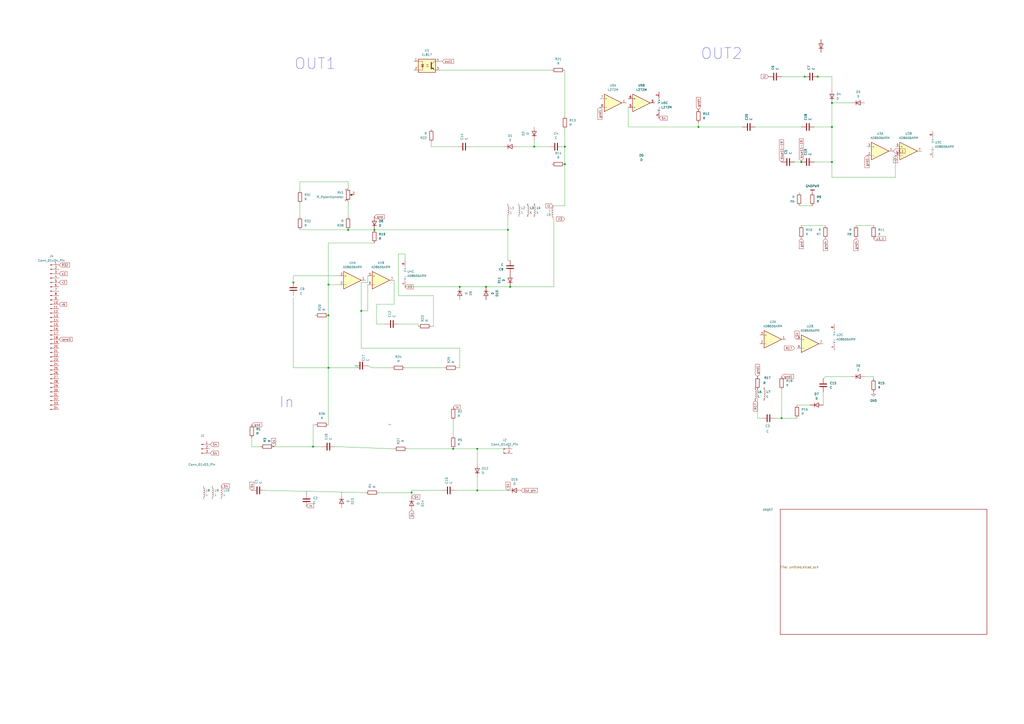
<source format=kicad_sch>
(kicad_sch (version 20231120) (generator "eeschema") (generator_version "8.0")
  (paper "A2")
  (lib_symbols
    (symbol "Amplifier_Operational:AD8606ARM" (pin_names (offset 0.127))
      (property "Reference" "U" (at 0 5.08 0))
      (property "Value" "AD8606ARM" (at 0 -5.08 0))
      (symbol "AD8606ARM_1_1"
        (pin output line (at 7.62 0 180) (length 2.54) (name "~") (number "1"))
        (pin input line (at -7.62 -2.54 0) (length 2.54) (name "-") (number "2"))
        (pin input line (at -7.62 2.54 0) (length 2.54) (name "+") (number "3"))
      )
      (symbol "AD8606ARM_2_1"
        (pin input line (at -7.62 2.54 0) (length 2.54) (name "+") (number "5"))
        (pin input line (at -7.62 -2.54 0) (length 2.54) (name "-") (number "6"))
        (pin output line (at 7.62 0 180) (length 2.54) (name "~") (number "7"))
      )
      (symbol "AD8606ARM_3_1"
        (pin power_in line (at -2.54 -7.62 90) (length 3.81) (name "V-") (number "4"))
        (pin power_in line (at -2.54 7.62 270) (length 3.81) (name "V+") (number "8"))
      )
    )
    (symbol "Amplifier_Operational:L272M" (pin_names (offset 0.127))
      (property "Reference" "U" (at 0 5.08 0))
      (property "Value" "L272M" (at 0 -5.08 0))
      (symbol "L272M_1_1"
        (pin output line (at 7.62 0 180) (length 2.54) (name "~") (number "1"))
        (pin input line (at -7.62 2.54 0) (length 2.54) (name "+") (number "7"))
        (pin input line (at -7.62 -2.54 0) (length 2.54) (name "-") (number "8"))
      )
      (symbol "L272M_2_1"
        (pin output line (at 7.62 0 180) (length 2.54) (name "~") (number "3"))
        (pin input line (at -7.62 -2.54 0) (length 2.54) (name "-") (number "5"))
        (pin input line (at -7.62 2.54 0) (length 2.54) (name "+") (number "6"))
      )
      (symbol "L272M_3_1"
        (pin power_in line (at -2.54 7.62 270) (length 3.81) (name "V+") (number "2"))
        (pin power_in line (at -2.54 -7.62 90) (length 3.81) (name "V-") (number "4"))
      )
    )
    (symbol "Connector:Conn_01x02_Pin" (pin_names (offset 1.016) hide)
      (property "Reference" "J" (at 0 2.54 0))
      (property "Value" "Conn_01x02_Pin" (at 0 -5.08 0))
      (symbol "Conn_01x02_Pin_1_1"
        (pin passive line (at 5.08 0 180) (length 3.81) (name "Pin_1") (number "1"))
        (pin passive line (at 5.08 -2.54 180) (length 3.81) (name "Pin_2") (number "2"))
      )
    )
    (symbol "Connector:Conn_01x03_Pin" (pin_names (offset 1.016) hide)
      (property "Reference" "J" (at 0 5.08 0))
      (property "Value" "Conn_01x03_Pin" (at 0 -5.08 0))
      (symbol "Conn_01x03_Pin_1_1"
        (pin passive line (at 5.08 2.54 180) (length 3.81) (name "Pin_1") (number "1"))
        (pin passive line (at 5.08 0 180) (length 3.81) (name "Pin_2") (number "2"))
        (pin passive line (at 5.08 -2.54 180) (length 3.81) (name "Pin_3") (number "3"))
      )
    )
    (symbol "Connector:Conn_01x34_Pin" (pin_names (offset 1.016) hide)
      (property "Reference" "J" (at 0 43.18 0))
      (property "Value" "Conn_01x34_Pin" (at 0 -45.72 0))
      (symbol "Conn_01x34_Pin_1_1"
        (pin passive line (at 5.08 40.64 180) (length 3.81) (name "Pin_1") (number "1"))
        (pin passive line (at 5.08 17.78 180) (length 3.81) (name "Pin_10") (number "10"))
        (pin passive line (at 5.08 15.24 180) (length 3.81) (name "Pin_11") (number "11"))
        (pin passive line (at 5.08 12.7 180) (length 3.81) (name "Pin_12") (number "12"))
        (pin passive line (at 5.08 10.16 180) (length 3.81) (name "Pin_13") (number "13"))
        (pin passive line (at 5.08 7.62 180) (length 3.81) (name "Pin_14") (number "14"))
        (pin passive line (at 5.08 5.08 180) (length 3.81) (name "Pin_15") (number "15"))
        (pin passive line (at 5.08 2.54 180) (length 3.81) (name "Pin_16") (number "16"))
        (pin passive line (at 5.08 0 180) (length 3.81) (name "Pin_17") (number "17"))
        (pin passive line (at 5.08 -2.54 180) (length 3.81) (name "Pin_18") (number "18"))
        (pin passive line (at 5.08 -5.08 180) (length 3.81) (name "Pin_19") (number "19"))
        (pin passive line (at 5.08 38.1 180) (length 3.81) (name "Pin_2") (number "2"))
        (pin passive line (at 5.08 -7.62 180) (length 3.81) (name "Pin_20") (number "20"))
        (pin passive line (at 5.08 -10.16 180) (length 3.81) (name "Pin_21") (number "21"))
        (pin passive line (at 5.08 -12.7 180) (length 3.81) (name "Pin_22") (number "22"))
        (pin passive line (at 5.08 -15.24 180) (length 3.81) (name "Pin_23") (number "23"))
        (pin passive line (at 5.08 -17.78 180) (length 3.81) (name "Pin_24") (number "24"))
        (pin passive line (at 5.08 -20.32 180) (length 3.81) (name "Pin_25") (number "25"))
        (pin passive line (at 5.08 -22.86 180) (length 3.81) (name "Pin_26") (number "26"))
        (pin passive line (at 5.08 -25.4 180) (length 3.81) (name "Pin_27") (number "27"))
        (pin passive line (at 5.08 -27.94 180) (length 3.81) (name "Pin_28") (number "28"))
        (pin passive line (at 5.08 -30.48 180) (length 3.81) (name "Pin_29") (number "29"))
        (pin passive line (at 5.08 35.56 180) (length 3.81) (name "Pin_3") (number "3"))
        (pin passive line (at 5.08 -33.02 180) (length 3.81) (name "Pin_30") (number "30"))
        (pin passive line (at 5.08 -35.56 180) (length 3.81) (name "Pin_31") (number "31"))
        (pin passive line (at 5.08 -38.1 180) (length 3.81) (name "Pin_32") (number "32"))
        (pin passive line (at 5.08 -40.64 180) (length 3.81) (name "Pin_33") (number "33"))
        (pin passive line (at 5.08 -43.18 180) (length 3.81) (name "Pin_34") (number "34"))
        (pin passive line (at 5.08 33.02 180) (length 3.81) (name "Pin_4") (number "4"))
        (pin passive line (at 5.08 30.48 180) (length 3.81) (name "Pin_5") (number "5"))
        (pin passive line (at 5.08 27.94 180) (length 3.81) (name "Pin_6") (number "6"))
        (pin passive line (at 5.08 25.4 180) (length 3.81) (name "Pin_7") (number "7"))
        (pin passive line (at 5.08 22.86 180) (length 3.81) (name "Pin_8") (number "8"))
        (pin passive line (at 5.08 20.32 180) (length 3.81) (name "Pin_9") (number "9"))
      )
    )
    (symbol "Device:C" (pin_numbers hide) (pin_names (offset 0.254))
      (property "Reference" "C" (at 0.635 2.54 0))
      (property "Value" "C" (at 0.635 -2.54 0))
      (symbol "C_1_1"
        (pin passive line (at 0 3.81 270) (length 2.794) (name "~") (number "1"))
        (pin passive line (at 0 -3.81 90) (length 2.794) (name "~") (number "2"))
      )
    )
    (symbol "Device:D" (pin_numbers hide) (pin_names (offset 1.016) hide)
      (property "Reference" "D" (at 0 2.54 0))
      (property "Value" "D" (at 0 -2.54 0))
      (symbol "D_1_1"
        (pin passive line (at -3.81 0 0) (length 2.54) (name "K") (number "1"))
        (pin passive line (at 3.81 0 180) (length 2.54) (name "A") (number "2"))
      )
    )
    (symbol "Device:L" (pin_numbers hide) (pin_names (offset 1.016) hide)
      (property "Reference" "L" (at -1.27 0 90))
      (property "Value" "L" (at 1.905 0 90))
      (symbol "L_1_1"
        (pin passive line (at 0 3.81 270) (length 1.27) (name "1") (number "1"))
        (pin passive line (at 0 -3.81 90) (length 1.27) (name "2") (number "2"))
      )
    )
    (symbol "Device:R" (pin_numbers hide) (pin_names (offset 0))
      (property "Reference" "R" (at 2.032 0 90))
      (property "Value" "R" (at 0 0 90))
      (symbol "R_1_1"
        (pin passive line (at 0 3.81 270) (length 1.27) (name "~") (number "1"))
        (pin passive line (at 0 -3.81 90) (length 1.27) (name "~") (number "2"))
      )
    )
    (symbol "Device:R_Potentiometer" (pin_names (offset 1.016) hide)
      (property "Reference" "RV" (at -4.445 0 90))
      (property "Value" "R_Potentiometer" (at -2.54 0 90))
      (symbol "R_Potentiometer_1_1"
        (pin passive line (at 0 3.81 270) (length 1.27) (name "1") (number "1"))
        (pin passive line (at 3.81 0 180) (length 1.27) (name "2") (number "2"))
        (pin passive line (at 0 -3.81 90) (length 1.27) (name "3") (number "3"))
      )
    )
    (symbol "Isolator:EL817" (pin_names (offset 1.016))
      (property "Reference" "U" (at -5.08 5.08 0))
      (property "Value" "EL817" (at 0 5.08 0))
      (symbol "EL817_1_1"
        (pin passive line (at -7.62 2.54 0) (length 2.54) (name "~") (number "1"))
        (pin passive line (at -7.62 -2.54 0) (length 2.54) (name "~") (number "2"))
        (pin passive line (at 7.62 -2.54 180) (length 2.54) (name "~") (number "3"))
        (pin passive line (at 7.62 2.54 180) (length 2.54) (name "~") (number "4"))
      )
    )
    (symbol "power:GND" (power) (pin_numbers hide) (pin_names (offset 0) hide)
      (property "Value" "GND" (at 0 -3.81 0))
      (symbol "GND_1_1"
        (pin power_in line (at 0 0 270) (length 0) (name "~") (number "1"))
      )
    )
    (symbol "power:GNDPWR" (power) (pin_numbers hide) (pin_names (offset 0) hide)
      (property "Value" "GNDPWR" (at 0 -3.302 0))
      (symbol "GNDPWR_1_1"
        (pin power_in line (at 0 0 270) (length 0) (name "~") (number "1"))
      )
    )
  )
  (junction (at 276.86 260.35))
  (junction (at 464.82 93.98))
  (junction (at 238.76 285.75))
  (junction (at 482.6 73.66))
  (junction (at 281.94 166.37))
  (junction (at 405.13 73.66))
  (junction (at 190.5 213.36))
  (junction (at 453.39 242.57))
  (junction (at 266.7 166.37))
  (junction (at 309.88 85.09))
  (junction (at 294.64 133.35))
  (junction (at 474.345 44.45))
  (junction (at 276.86 284.48))
  (junction (at 482.6 93.98))
  (junction (at 190.5 182.88))
  (junction (at 190.5 165.1))
  (junction (at 170.18 163.83))
  (junction (at 482.6 59.69))
  (junction (at 262.89 260.35))
  (junction (at 217.17 133.35))
  (junction (at 327.66 95.25))
  (junction (at 209.55 180.34))
  (junction (at 201.93 133.35))
  (junction (at 466.725 44.45))
  (junction (at 181.61 259.08))
  (junction (at 327.66 85.09))
  (junction (at 295.91 166.37))
  (wire (pts (xy 462.28 242.57) (xy 453.39 242.57)))
  (wire (pts (xy 405.13 73.66) (xy 364.49 73.66)))
  (wire (pts (xy 158.75 259.08) (xy 181.61 259.08)))
  (wire (pts (xy 173.99 105.41) (xy 201.93 105.41)))
  (wire (pts (xy 201.93 116.84) (xy 201.93 125.73)))
  (wire (pts (xy 250.19 189.23) (xy 251.46 189.23)))
  (wire (pts (xy 209.55 163.83) (xy 213.36 163.83)))
  (wire (pts (xy 295.91 166.37) (xy 321.31 166.37)))
  (wire (pts (xy 215.9 213.36) (xy 213.36 212.09)))
  (wire (pts (xy 190.5 182.88) (xy 190.5 213.36)))
  (wire (pts (xy 190.5 165.1) (xy 190.5 182.88)))
  (wire (pts (xy 496.57 130.81) (xy 506.73 130.81)))
  (wire (pts (xy 273.05 85.09) (xy 292.1 85.09)))
  (wire (pts (xy 217.17 133.35) (xy 294.64 133.35)))
  (wire (pts (xy 519.43 102.87) (xy 519.43 90.17)))
  (wire (pts (xy 292.1 260.35) (xy 292.1 262.89)))
  (wire (pts (xy 218.44 187.96) (xy 223.52 187.96)))
  (polyline (pts (xy 198.12 285.496) (xy 198.12 286.004)))
  (wire (pts (xy 170.18 172.72) (xy 170.18 213.36)))
  (wire (pts (xy 251.46 171.45) (xy 231.14 171.45)))
  (wire (pts (xy 234.95 166.37) (xy 266.7 166.37)))
  (wire (pts (xy 265.43 85.09) (xy 250.19 85.09)))
  (wire (pts (xy 181.61 259.08) (xy 186.69 259.08)))
  (wire (pts (xy 276.86 260.35) (xy 292.1 260.35)))
  (wire (pts (xy 453.39 242.57) (xy 449.58 242.57)))
  (wire (pts (xy 482.6 59.69) (xy 482.6 73.66)))
  (wire (pts (xy 198.12 285.75) (xy 198.12 287.02)))
  (wire (pts (xy 146.05 254) (xy 146.05 259.08)))
  (wire (pts (xy 170.18 163.83) (xy 170.18 165.1)))
  (wire (pts (xy 234.95 147.32) (xy 234.95 151.13)))
  (wire (pts (xy 209.55 201.93) (xy 209.55 180.34)))
  (wire (pts (xy 318.77 85.09) (xy 309.88 85.09)))
  (polyline (pts (xy 225.298 246.126) (xy 226.822 246.38)))
  (wire (pts (xy 228.6 260.35) (xy 194.31 259.08)))
  (wire (pts (xy 238.76 284.48) (xy 256.54 284.48)))
  (wire (pts (xy 190.5 165.1) (xy 196.85 165.1)))
  (wire (pts (xy 281.94 166.37) (xy 295.91 166.37)))
  (wire (pts (xy 146.05 259.08) (xy 151.13 259.08)))
  (wire (pts (xy 209.55 201.93) (xy 266.7 201.93)))
  (wire (pts (xy 466.725 44.45) (xy 467.36 44.45)))
  (wire (pts (xy 474.345 44.45) (xy 482.6 44.45)))
  (wire (pts (xy 238.76 288.29) (xy 238.76 285.75)))
  (wire (pts (xy 276.86 269.24) (xy 276.86 260.35)))
  (wire (pts (xy 170.18 213.36) (xy 190.5 213.36)))
  (wire (pts (xy 231.14 187.96) (xy 242.57 187.96)))
  (wire (pts (xy 262.89 260.35) (xy 276.86 260.35)))
  (wire (pts (xy 482.6 52.07) (xy 482.6 44.45)))
  (wire (pts (xy 242.57 187.96) (xy 242.57 189.23)))
  (wire (pts (xy 309.88 81.28) (xy 309.88 85.09)))
  (wire (pts (xy 430.53 73.66) (xy 405.13 73.66)))
  (wire (pts (xy 228.6 162.56) (xy 228.6 176.53)))
  (wire (pts (xy 453.39 226.06) (xy 453.39 242.57)))
  (wire (pts (xy 250.19 82.55) (xy 250.19 85.09)))
  (wire (pts (xy 477.52 219.71) (xy 478.79 218.44)))
  (wire (pts (xy 453.39 44.45) (xy 466.725 44.45)))
  (wire (pts (xy 482.6 93.98) (xy 482.6 102.87)))
  (wire (pts (xy 228.6 176.53) (xy 218.44 176.53)))
  (wire (pts (xy 209.55 180.34) (xy 209.55 163.83)))
  (wire (pts (xy 494.03 218.44) (xy 478.79 218.44)))
  (wire (pts (xy 219.71 285.75) (xy 238.76 285.75)))
  (wire (pts (xy 327.66 40.64) (xy 327.66 67.31)))
  (polyline (pts (xy 177.8 284.988) (xy 177.8 286.512)))
  (wire (pts (xy 294.64 151.13) (xy 295.91 151.13)))
  (wire (pts (xy 464.82 130.81) (xy 478.79 130.81)))
  (wire (pts (xy 327.66 95.25) (xy 327.66 119.38)))
  (wire (pts (xy 201.93 105.41) (xy 201.93 109.22)))
  (wire (pts (xy 405.13 71.12) (xy 405.13 73.66)))
  (wire (pts (xy 320.04 40.64) (xy 255.27 40.64)))
  (wire (pts (xy 464.82 93.98) (xy 464.82 93.345)))
  (wire (pts (xy 327.66 95.25) (xy 327.66 85.09)))
  (wire (pts (xy 266.7 213.36) (xy 266.7 201.93)))
  (wire (pts (xy 439.42 242.57) (xy 439.42 226.06)))
  (wire (pts (xy 321.31 127) (xy 321.31 166.37)))
  (wire (pts (xy 153.67 284.48) (xy 212.09 285.75)))
  (wire (pts (xy 208.28 213.36) (xy 190.5 213.36)))
  (wire (pts (xy 208.28 213.36) (xy 205.74 212.09)))
  (wire (pts (xy 217.17 140.97) (xy 190.5 140.97)))
  (wire (pts (xy 309.88 85.09) (xy 299.72 85.09)))
  (wire (pts (xy 276.86 284.48) (xy 294.64 284.48)))
  (wire (pts (xy 326.39 85.09) (xy 327.66 85.09)))
  (wire (pts (xy 321.31 119.38) (xy 327.66 119.38)))
  (wire (pts (xy 262.89 243.84) (xy 262.89 252.73)))
  (wire (pts (xy 477.52 227.33) (xy 477.52 234.95)))
  (wire (pts (xy 231.14 171.45) (xy 231.14 147.32)))
  (wire (pts (xy 482.6 73.66) (xy 482.6 93.98)))
  (wire (pts (xy 255.27 35.56) (xy 256.54 35.56)))
  (wire (pts (xy 265.43 213.36) (xy 266.7 213.36)))
  (wire (pts (xy 266.7 166.37) (xy 281.94 166.37)))
  (wire (pts (xy 276.86 276.86) (xy 276.86 284.48)))
  (wire (pts (xy 213.36 165.1) (xy 213.36 180.34)))
  (wire (pts (xy 238.76 285.75) (xy 238.76 284.48)))
  (wire (pts (xy 196.85 160.02) (xy 170.18 160.02)))
  (wire (pts (xy 213.36 180.34) (xy 209.55 180.34)))
  (wire (pts (xy 364.49 73.66) (xy 364.49 62.23)))
  (wire (pts (xy 190.5 140.97) (xy 190.5 165.1)))
  (wire (pts (xy 441.96 242.57) (xy 439.42 242.57)))
  (wire (pts (xy 294.64 133.35) (xy 294.64 151.13)))
  (wire (pts (xy 327.66 85.09) (xy 327.66 74.93)))
  (wire (pts (xy 181.61 246.38) (xy 182.88 246.38)))
  (wire (pts (xy 472.44 93.98) (xy 482.6 93.98)))
  (wire (pts (xy 251.46 189.23) (xy 251.46 171.45)))
  (wire (pts (xy 264.16 284.48) (xy 276.86 284.48)))
  (wire (pts (xy 464.82 93.98) (xy 461.01 93.98)))
  (wire (pts (xy 236.22 260.35) (xy 262.89 260.35)))
  (wire (pts (xy 463.55 119.38) (xy 471.17 119.38)))
  (wire (pts (xy 472.44 73.66) (xy 482.6 73.66)))
  (wire (pts (xy 173.99 110.49) (xy 173.99 105.41)))
  (wire (pts (xy 501.65 218.44) (xy 506.73 218.44)))
  (wire (pts (xy 231.14 147.32) (xy 234.95 147.32)))
  (wire (pts (xy 494.03 59.69) (xy 482.6 59.69)))
  (wire (pts (xy 213.36 163.83) (xy 213.36 160.02)))
  (wire (pts (xy 218.44 176.53) (xy 218.44 187.96)))
  (wire (pts (xy 201.93 133.35) (xy 217.17 133.35)))
  (wire (pts (xy 506.73 218.44) (xy 506.73 219.71)))
  (wire (pts (xy 215.9 213.36) (xy 227.33 213.36)))
  (wire (pts (xy 469.9 234.95) (xy 462.28 234.95)))
  (wire (pts (xy 473.71 44.45) (xy 474.345 44.45)))
  (wire (pts (xy 170.18 160.02) (xy 170.18 163.83)))
  (wire (pts (xy 482.6 102.87) (xy 519.43 102.87)))
  (wire (pts (xy 464.82 73.66) (xy 438.15 73.66)))
  (wire (pts (xy 294.64 125.73) (xy 294.64 133.35)))
  (wire (pts (xy 181.61 259.08) (xy 181.61 246.38)))
  (wire (pts (xy 234.95 213.36) (xy 257.81 213.36)))
  (wire (pts (xy 173.99 118.11) (xy 173.99 125.73)))
  (wire (pts (xy 190.5 246.38) (xy 190.5 213.36)))
  (wire (pts (xy 201.93 133.35) (xy 173.99 133.35)))
  (text "OUT2" (at 418.592 31.242 0) (effects (font (size 6.35 6.35))))
  (text "OUT1" (at 182.88 37.084 0) (effects (font (size 6.35 6.35))))
  (text "In" (at 166.37 233.426 0) (effects (font (size 6.35 6.35))))
  (global_label "S4" (shape input) (at 121.92 257.81 0) (property "Intersheetrefs" "${INTERSHEET_REFS}" (effects (hide yes))))
  (global_label "R32" (shape input) (at 34.29 153.67 0) (property "Intersheetrefs" "${INTERSHEET_REFS}" (effects (hide yes))))
  (global_label "out1" (shape input) (at 256.54 35.56 0) (property "Intersheetrefs" "${INTERSHEET_REFS}" (effects (hide yes))))
  (global_label "S4" (shape input) (at 462.28 196.85 90) (property "Intersheetrefs" "${INTERSHEET_REFS}" (effects (hide yes))))
  (global_label "r2" (shape input) (at 34.29 163.83 0) (property "Intersheetrefs" "${INTERSHEET_REFS}" (effects (hide yes))))
  (global_label "blue11-19" (shape input) (at 453.39 93.98 90) (property "Intersheetrefs" "${INTERSHEET_REFS}" (effects (hide yes))))
  (global_label "S4" (shape input) (at 128.27 281.94 0) (property "Intersheetrefs" "${INTERSHEET_REFS}" (effects (hide yes))))
  (global_label "gnd1" (shape input) (at 502.92 90.17 270) (property "Intersheetrefs" "${INTERSHEET_REFS}" (effects (hide yes))))
  (global_label "gnd4" (shape input) (at 478.79 138.43 270) (property "Intersheetrefs" "${INTERSHEET_REFS}" (effects (hide yes))))
  (global_label "blue11-19" (shape input) (at 464.82 93.345 90) (property "Intersheetrefs" "${INTERSHEET_REFS}" (effects (hide yes))))
  (global_label "gnd" (shape input) (at 146.05 246.38 0) (property "Intersheetrefs" "${INTERSHEET_REFS}" (effects (hide yes))))
  (global_label "c2" (shape input) (at 34.29 158.75 0) (property "Intersheetrefs" "${INTERSHEET_REFS}" (effects (hide yes))))
  (global_label "l1" (shape input) (at 320.802 119.38 180) (property "Intersheetrefs" "${INTERSHEET_REFS}" (effects (hide yes))))
  (global_label "S4" (shape input) (at 121.92 262.89 0) (property "Intersheetrefs" "${INTERSHEET_REFS}" (effects (hide yes))))
  (global_label "S4" (shape input) (at 146.05 284.48 90) (property "Intersheetrefs" "${INTERSHEET_REFS}" (effects (hide yes))))
  (global_label "S4" (shape input) (at 382.27 68.58 0) (property "Intersheetrefs" "${INTERSHEET_REFS}" (effects (hide yes))))
  (global_label "R17" (shape input) (at 461.01 201.93 180) (property "Intersheetrefs" "${INTERSHEET_REFS}" (effects (hide yes))))
  (global_label "gnd1" (shape input) (at 439.42 218.44 90) (property "Intersheetrefs" "${INTERSHEET_REFS}" (effects (hide yes))))
  (global_label "gnd" (shape input) (at 464.82 138.43 270) (property "Intersheetrefs" "${INTERSHEET_REFS}" (effects (hide yes))))
  (global_label "S4" (shape input) (at 294.64 284.48 90) (property "Intersheetrefs" "${INTERSHEET_REFS}" (effects (hide yes))))
  (global_label "li3" (shape input) (at 234.95 166.37 0) (property "Intersheetrefs" "${INTERSHEET_REFS}" (effects (hide yes))))
  (global_label "gnd4" (shape input) (at 405.13 63.5 90) (property "Intersheetrefs" "${INTERSHEET_REFS}" (effects (hide yes))))
  (global_label "li3" (shape input) (at 327.66 127 180) (property "Intersheetrefs" "${INTERSHEET_REFS}" (effects (hide yes))))
  (global_label "r6" (shape input) (at 34.29 176.53 0) (property "Intersheetrefs" "${INTERSHEET_REFS}" (effects (hide yes))))
  (global_label "gnd" (shape input) (at 217.17 125.73 0) (property "Intersheetrefs" "${INTERSHEET_REFS}" (effects (hide yes))))
  (global_label "in" (shape input) (at 262.89 236.22 0) (property "Intersheetrefs" "${INTERSHEET_REFS}" (effects (hide yes))))
  (global_label "gnd1" (shape input) (at 347.98 62.23 270) (property "Intersheetrefs" "${INTERSHEET_REFS}" (effects (hide yes))))
  (global_label "gnd4" (shape input) (at 496.57 138.43 270) (property "Intersheetrefs" "${INTERSHEET_REFS}" (effects (hide yes))))
  (global_label "u3_1" (shape input) (at 506.73 138.43 0) (property "Intersheetrefs" "${INTERSHEET_REFS}" (effects (hide yes))))
  (global_label "gnd1" (shape input) (at 453.39 218.44 0) (property "Intersheetrefs" "${INTERSHEET_REFS}" (effects (hide yes))))
  (global_label "S4" (shape input) (at 158.75 259.08 90) (property "Intersheetrefs" "${INTERSHEET_REFS}" (effects (hide yes))))
  (global_label "lane3" (shape input) (at 34.29 196.85 0) (property "Intersheetrefs" "${INTERSHEET_REFS}" (effects (hide yes))))
  (global_label "In" (shape input) (at 177.8 293.37 0) (property "Intersheetrefs" "${INTERSHEET_REFS}" (effects (hide yes))))
  (global_label "R17" (shape input) (at 438.15 232.41 270) (property "Intersheetrefs" "${INTERSHEET_REFS}" (effects (hide yes))))
  (global_label "l2" (shape input) (at 445.77 44.45 180) (property "Intersheetrefs" "${INTERSHEET_REFS}" (effects (hide yes))))
  (global_label "l2" (shape input) (at 519.43 90.17 270) (property "Intersheetrefs" "${INTERSHEET_REFS}" (effects (hide yes))))
  (global_label "S4" (shape input) (at 238.76 288.29 0) (property "Intersheetrefs" "${INTERSHEET_REFS}" (effects (hide yes))))
  (global_label "Out pin" (shape input) (at 302.26 284.48 0) (property "Intersheetrefs" "${INTERSHEET_REFS}" (effects (hide yes))))
  (global_label "u3_1" (shape input) (at 518.16 87.63 0) (property "Intersheetrefs" "${INTERSHEET_REFS}" (effects (hide yes))))
  (global_label "S4" (shape input) (at 238.76 295.91 270) (property "Intersheetrefs" "${INTERSHEET_REFS}" (effects (hide yes))))
  (symbol (lib_id "Device:R_Potentiometer") (at 201.93 113.03 0) (unit 1)
    (property "Reference" "RV1" (at 199.39 111.7599 0) (effects (justify right)))
    (property "Value" "R_Potentiometer" (at 199.39 114.2999 0) (effects (justify right)))
    (property "Footprint" "Potentiometer_THT:Potentiometer_Vishay_148-149_Single_Vertical" (effects (hide yes)))
    (property "Description" "Potentiometer" (effects (hide yes)))
  )
  (symbol (lib_id "Device:R") (at 173.99 114.3 0) (unit 1)
    (property "Reference" "R31" (at 176.53 113.0299 0) (effects (justify left)))
    (property "Value" "R" (at 176.53 115.5699 0) (effects (justify left)))
    (property "Footprint" "Resistor_THT:R_Axial_DIN0614_L14.3mm_D5.7mm_P20.32mm_Horizontal" (effects (hide yes)))
    (property "Description" "Resistor" (effects (hide yes)))
  )
  (symbol (lib_id "Device:R") (at 173.99 129.54 180) (unit 1)
    (property "Reference" "R32" (at 176.53 128.2699 0) (effects (justify right)))
    (property "Value" "R" (at 176.53 130.8099 0) (effects (justify right)))
    (property "Footprint" "Resistor_THT:R_Axial_DIN0614_L14.3mm_D5.7mm_P20.32mm_Horizontal" (effects (hide yes)))
    (property "Description" "Resistor" (effects (hide yes)))
  )
  (symbol (lib_id "Device:R") (at 327.66 71.12 180) (unit 1)
    (property "Reference" "R13" (at 330.2 69.8499 0) (effects (justify right)))
    (property "Value" "R" (at 330.2 72.3899 0) (effects (justify right)))
    (property "Footprint" "Resistor_SMD:R_0603_1608Metric" (effects (hide yes)))
    (property "Description" "Resistor" (effects (hide yes)))
  )
  (symbol (lib_id "Amplifier_Operational:L272M") (at 355.6 59.69 0) (unit 1)
    (property "Reference" "U5" (at 355.6 49.53 0))
    (property "Value" "L272M" (at 355.6 52.07 0))
    (property "Footprint" "Package_DIP:DIP-8_W7.62mm_LongPads" (effects (hide yes)))
    (property "Datasheet" "www.st.com/resource/en/datasheet/l272.pdf" (effects (hide yes)))
    (property "Description" "Dual Power Operation Amplifier, DIP-8" (effects (hide yes)))
  )
  (symbol (lib_id "Device:C") (at 149.86 284.48 90) (unit 1)
    (property "Reference" "C1" (at 148.5899 280.67 0) (effects (justify left)))
    (property "Value" "C" (at 151.1299 280.67 0) (effects (justify left)))
    (property "Footprint" "Capacitor_SMD:C_1206_3216Metric_Pad1.33x1.80mm_HandSolder" (effects (hide yes)))
    (property "Description" "Unpolarized capacitor" (effects (hide yes)))
  )
  (symbol (lib_id "Device:D") (at 298.45 284.48 0) (unit 1)
    (property "Reference" "D15" (at 298.45 278.13 0))
    (property "Value" "D" (at 298.45 280.67 0))
    (property "Footprint" "Diode_SMD:D_1206_3216Metric" (effects (hide yes)))
    (property "Description" "Diode" (effects (hide yes)))
    (property "Sim.Device" "D" (effects (hide yes)))
    (property "Sim.Pins" "1=K 2=A" (effects (hide yes)))
  )
  (symbol (lib_id "Device:R") (at 506.73 134.62 0) (unit 1)
    (property "Reference" "R11" (at 509.27 133.3499 0) (effects (justify left)))
    (property "Value" "R" (at 509.27 135.8899 0) (effects (justify left)))
    (property "Footprint" "Resistor_THT:R_Axial_DIN0207_L6.3mm_D2.5mm_P10.16mm_Horizontal" (effects (hide yes)))
    (property "Description" "Resistor" (effects (hide yes)))
  )
  (symbol (lib_id "Device:R") (at 262.89 240.03 0) (unit 1)
    (property "Reference" "R2" (at 265.43 238.7599 0) (effects (justify left)))
    (property "Value" "R" (at 265.43 241.2999 0) (effects (justify left)))
    (property "Footprint" "Resistor_THT:R_Axial_DIN0207_L6.3mm_D2.5mm_P10.16mm_Horizontal" (effects (hide yes)))
    (property "Description" "Resistor" (effects (hide yes)))
  )
  (symbol (lib_id "Device:R") (at 231.14 213.36 90) (unit 1)
    (property "Reference" "R24" (at 231.14 207.01 90))
    (property "Value" "R" (at 231.14 209.55 90))
    (property "Footprint" "Resistor_SMD:R_0603_1608Metric" (effects (hide yes)))
    (property "Description" "Resistor" (effects (hide yes)))
  )
  (symbol (lib_id "Device:C") (at 260.35 284.48 90) (unit 1)
    (property "Reference" "C10" (at 259.0799 280.67 0) (effects (justify left)))
    (property "Value" "C" (at 261.6199 280.67 0) (effects (justify left)))
    (property "Footprint" "Capacitor_SMD:C_1206_3216Metric_Pad1.33x1.80mm_HandSolder" (effects (hide yes)))
    (property "Description" "Unpolarized capacitor" (effects (hide yes)))
  )
  (symbol (lib_id "Device:C") (at 445.77 242.57 90) (unit 1)
    (property "Reference" "C3" (at 445.262 247.142 90))
    (property "Value" "C" (at 445.262 250.317 90))
    (property "Footprint" "Capacitor_SMD:C_1206_3216Metric_Pad1.33x1.80mm_HandSolder" (effects (hide yes)))
    (property "Description" "Unpolarized capacitor" (effects (hide yes)))
  )
  (symbol (lib_id "Device:C") (at 269.24 85.09 90) (unit 1)
    (property "Reference" "C14" (at 267.9699 81.28 0) (effects (justify left)))
    (property "Value" "C" (at 270.5099 81.28 0) (effects (justify left)))
    (property "Footprint" "Capacitor_SMD:C_0603_1608Metric" (effects (hide yes)))
    (property "Description" "Unpolarized capacitor" (effects (hide yes)))
  )
  (symbol (lib_id "Device:C") (at 468.63 73.66 90) (unit 1)
    (property "Reference" "C18" (at 467.3599 69.85 0) (effects (justify left)))
    (property "Value" "C" (at 469.8999 69.85 0) (effects (justify left)))
    (property "Footprint" "Capacitor_SMD:C_0603_1608Metric" (effects (hide yes)))
    (property "Description" "Unpolarized capacitor" (effects (hide yes)))
  )
  (symbol (lib_id "Device:C") (at 477.52 223.52 0) (unit 1)
    (property "Reference" "C15" (at 481.33 222.2499 0) (effects (justify left)))
    (property "Value" "C" (at 481.33 224.7899 0) (effects (justify left)))
    (property "Footprint" "Capacitor_SMD:C_0603_1608Metric" (effects (hide yes)))
    (property "Description" "Unpolarized capacitor" (effects (hide yes)))
  )
  (symbol (lib_id "Device:L") (at 294.64 121.92 0) (unit 1)
    (property "Reference" "L1" (at 295.91 120.6499 0) (effects (justify left)))
    (property "Value" "L" (at 295.91 123.1899 0) (effects (justify left)))
    (property "Footprint" "Inductor_THT:L_Axial_L5.0mm_D3.6mm_P10.00mm_Horizontal_Murata_BL01RN1A2A2" (effects (hide yes)))
    (property "Description" "Inductor" (effects (hide yes)))
  )
  (symbol (lib_id "Device:C") (at 457.2 93.98 90) (unit 1)
    (property "Reference" "C5" (at 455.9299 89.535 0) (effects (justify left)))
    (property "Value" "C" (at 458.4699 89.535 0) (effects (justify left)))
    (property "Footprint" "Capacitor_SMD:C_0603_1608Metric" (effects (hide yes)))
    (property "Description" "Unpolarized capacitor" (effects (hide yes)))
  )
  (symbol (lib_id "Device:D") (at 309.88 77.47 90) (unit 1)
    (property "Reference" "D2" (at 303.53 77.47 0))
    (property "Value" "D" (at 306.07 77.47 0))
    (property "Footprint" "Diode_SMD:D_1206_3216Metric" (effects (hide yes)))
    (property "Description" "Diode" (effects (hide yes)))
    (property "Sim.Device" "D" (effects (hide yes)))
    (property "Sim.Pins" "1=K 2=A" (effects (hide yes)))
  )
  (symbol (lib_id "Device:R") (at 405.13 67.31 0) (unit 1)
    (property "Reference" "R12" (at 407.67 66.0399 0) (effects (justify left)))
    (property "Value" "R" (at 407.67 68.5799 0) (effects (justify left)))
    (property "Footprint" "Resistor_THT:R_Axial_DIN0207_L6.3mm_D2.5mm_P10.16mm_Horizontal" (effects (hide yes)))
    (property "Description" "Resistor" (effects (hide yes)))
  )
  (symbol (lib_id "Device:D") (at 198.12 290.83 270) (unit 1)
    (property "Reference" "D13" (at 204.47 290.83 0))
    (property "Value" "D" (at 201.93 290.83 0))
    (property "Footprint" "Diode_SMD:D_1206_3216Metric" (effects (hide yes)))
    (property "Description" "Diode" (effects (hide yes)))
    (property "Sim.Device" "D" (effects (hide yes)))
    (property "Sim.Pins" "1=K 2=A" (effects (hide yes)))
  )
  (symbol (lib_id "Device:L") (at 438.15 228.6 0) (unit 1)
    (property "Reference" "L6" (at 439.42 227.3299 0) (effects (justify left)))
    (property "Value" "L" (at 439.42 229.8699 0) (effects (justify left)))
    (property "Footprint" "Inductor_THT:L_Axial_L5.0mm_D3.6mm_P10.00mm_Horizontal_Murata_BL01RN1A2A2" (effects (hide yes)))
    (property "Description" "Inductor" (effects (hide yes)))
  )
  (symbol (lib_id "Amplifier_Operational:AD8606ARM") (at 237.49 158.75 0) (unit 3)
    (property "Reference" "U4" (at 236.22 157.4799 0) (effects (justify left)))
    (property "Value" "AD8606ARM" (at 236.22 160.0199 0) (effects (justify left)))
    (property "Footprint" "Package_SO:PowerIntegrations_SO-8" (effects (hide yes)))
    (property "Datasheet" "https://www.analog.com/media/en/technical-documentation/data-sheets/AD8605_8606_8608.pdf" (effects (hide yes)))
    (property "Description" "Dual Precision Low Noise, Low Input Bias Current, Wide Bandwidth Operational Amplifiers, MSOP-8" (effects (hide yes)))
  )
  (symbol (lib_id "Device:D") (at 295.91 162.56 90) (unit 1)
    (property "Reference" "D11" (at 289.56 162.56 0))
    (property "Value" "D" (at 292.1 162.56 0))
    (property "Footprint" "Diode_SMD:D_1206_3216Metric" (effects (hide yes)))
    (property "Description" "Diode" (effects (hide yes)))
    (property "Sim.Device" "D" (effects (hide yes)))
    (property "Sim.Pins" "1=K 2=A" (effects (hide yes)))
  )
  (symbol (lib_id "Device:R") (at 154.94 259.08 90) (unit 1)
    (property "Reference" "R3" (at 153.6699 256.54 0) (effects (justify left)))
    (property "Value" "R" (at 156.2099 256.54 0) (effects (justify left)))
    (property "Footprint" "Resistor_THT:R_Axial_DIN0207_L6.3mm_D2.5mm_P10.16mm_Horizontal" (effects (hide yes)))
    (property "Description" "Resistor" (effects (hide yes)))
  )
  (symbol (lib_id "Amplifier_Operational:L272M") (at 372.11 59.69 0) (unit 2)
    (property "Reference" "U5" (at 372.11 49.53 0))
    (property "Value" "L272M" (at 372.11 52.07 0))
    (property "Footprint" "Package_DIP:DIP-8_W7.62mm_LongPads" (effects (hide yes)))
    (property "Datasheet" "www.st.com/resource/en/datasheet/l272.pdf" (effects (hide yes)))
    (property "Description" "Dual Power Operation Amplifier, DIP-8" (effects (hide yes)))
  )
  (symbol (lib_id "Device:R") (at 186.69 246.38 90) (unit 1)
    (property "Reference" "R26" (at 186.69 240.03 90))
    (property "Value" "R" (at 186.69 242.57 90))
    (property "Footprint" "Resistor_SMD:R_0603_1608Metric" (effects (hide yes)))
    (property "Description" "Resistor" (effects (hide yes)))
  )
  (symbol (lib_id "Device:C") (at 468.63 93.98 90) (unit 1)
    (property "Reference" "C19" (at 467.3599 90.17 0) (effects (justify left)))
    (property "Value" "C" (at 469.8999 90.17 0) (effects (justify left)))
    (property "Footprint" "Capacitor_SMD:C_0603_1608Metric" (effects (hide yes)))
    (property "Description" "Unpolarized capacitor" (effects (hide yes)))
  )
  (symbol (lib_id "Amplifier_Operational:AD8606ARM") (at 204.47 162.56 0) (unit 1)
    (property "Reference" "U4" (at 204.47 152.4 0))
    (property "Value" "AD8606ARM" (at 204.47 154.94 0))
    (property "Footprint" "Package_SO:PowerIntegrations_SO-8" (effects (hide yes)))
    (property "Datasheet" "https://www.analog.com/media/en/technical-documentation/data-sheets/AD8605_8606_8608.pdf" (effects (hide yes)))
    (property "Description" "Dual Precision Low Noise, Low Input Bias Current, Wide Bandwidth Operational Amplifiers, MSOP-8" (effects (hide yes)))
  )
  (symbol (lib_id "Amplifier_Operational:AD8606ARM") (at 486.41 195.58 0) (unit 3)
    (property "Reference" "U2" (at 485.14 194.3099 0) (effects (justify left)))
    (property "Value" "AD8606ARM" (at 485.14 196.8499 0) (effects (justify left)))
    (property "Footprint" "Package_SO:PowerIntegrations_SO-8" (effects (hide yes)))
    (property "Datasheet" "https://www.analog.com/media/en/technical-documentation/data-sheets/AD8605_8606_8608.pdf" (effects (hide yes)))
    (property "Description" "Dual Precision Low Noise, Low Input Bias Current, Wide Bandwidth Operational Amplifiers, MSOP-8" (effects (hide yes)))
  )
  (symbol (lib_id "Device:D") (at 266.7 170.18 270) (unit 1)
    (property "Reference" "D9" (at 273.05 170.18 0))
    (property "Value" "D" (at 270.51 170.18 0))
    (property "Footprint" "Diode_SMD:D_1206_3216Metric" (effects (hide yes)))
    (property "Description" "Diode" (effects (hide yes)))
    (property "Sim.Device" "D" (effects (hide yes)))
    (property "Sim.Pins" "1=K 2=A" (effects (hide yes)))
  )
  (symbol (lib_id "Connector:Conn_01x02_Pin") (at 292.1 260.35 0) (unit 1)
    (property "Reference" "J2" (at 292.735 255.27 0))
    (property "Value" "Conn_01x02_Pin" (at 292.735 257.81 0))
    (property "Description" "Generic connector, single row, 01x02, script generated" (effects (hide yes)))
  )
  (symbol (lib_id "Device:C") (at 322.58 85.09 90) (unit 1)
    (property "Reference" "C4" (at 322.58 77.47 90))
    (property "Value" "C" (at 322.58 80.01 90))
    (property "Footprint" "Capacitor_SMD:C_1206_3216Metric_Pad1.33x1.80mm_HandSolder" (effects (hide yes)))
    (property "Description" "Unpolarized capacitor" (effects (hide yes)))
  )
  (symbol (lib_id "Device:D") (at 281.94 170.18 270) (unit 1)
    (property "Reference" "D10" (at 288.29 170.18 0))
    (property "Value" "D" (at 285.75 170.18 0))
    (property "Footprint" "Diode_SMD:D_1206_3216Metric" (effects (hide yes)))
    (property "Description" "Diode" (effects (hide yes)))
    (property "Sim.Device" "D" (effects (hide yes)))
    (property "Sim.Pins" "1=K 2=A" (effects (hide yes)))
  )
  (symbol (lib_id "Device:R") (at 463.55 115.57 180) (unit 1)
    (property "Reference" "R6" (at 461.01 116.8401 0) (effects (justify left)))
    (property "Value" "R" (at 461.01 114.3001 0) (effects (justify left)))
    (property "Footprint" "Resistor_THT:R_Axial_DIN0207_L6.3mm_D2.5mm_P10.16mm_Horizontal" (effects (hide yes)))
    (property "Description" "Resistor" (effects (hide yes)))
  )
  (symbol (lib_id "Device:R") (at 462.28 238.76 0) (unit 1)
    (property "Reference" "R16" (at 464.82 237.4899 0) (effects (justify left)))
    (property "Value" "R" (at 464.82 240.0299 0) (effects (justify left)))
    (property "Footprint" "Resistor_SMD:R_0603_1608Metric" (effects (hide yes)))
    (property "Description" "Resistor" (effects (hide yes)))
  )
  (symbol (lib_id "Device:R") (at 215.9 285.75 90) (unit 1)
    (property "Reference" "R4" (at 214.6299 283.21 0) (effects (justify left)))
    (property "Value" "R" (at 217.1699 283.21 0) (effects (justify left)))
    (property "Footprint" "Resistor_THT:R_Axial_DIN0207_L6.3mm_D2.5mm_P10.16mm_Horizontal" (effects (hide yes)))
    (property "Description" "Resistor" (effects (hide yes)))
  )
  (symbol (lib_id "Connector:Conn_01x03_Pin") (at 116.84 260.35 0) (unit 1)
    (property "Reference" "J1" (at 117.475 252.73 0))
    (property "Value" "Conn_01x03_Pin" (at 117.094 269.494 0))
    (property "Footprint" "Connector_Phoenix_MC:PhoenixContact_MCV_1,5_3-GF-3.5_1x03_P3.50mm_Vertical_ThreadedFlange" (effects (hide yes)))
    (property "Description" "Generic connector, single row, 01x03, script generated" (effects (hide yes)))
  )
  (symbol (lib_id "Device:C") (at 434.34 73.66 90) (unit 1)
    (property "Reference" "C20" (at 433.0699 69.85 0) (effects (justify left)))
    (property "Value" "C" (at 435.6099 69.85 0) (effects (justify left)))
    (property "Footprint" "Capacitor_SMD:C_0603_1608Metric" (effects (hide yes)))
    (property "Description" "Unpolarized capacitor" (effects (hide yes)))
  )
  (symbol (lib_id "Device:L") (at 128.27 285.75 0) (unit 1)
    (property "Reference" "L10" (at 129.54 284.4799 0) (effects (justify left)))
    (property "Value" "L" (at 129.54 287.0199 0) (effects (justify left)))
    (property "Footprint" "Inductor_THT:L_Axial_L5.0mm_D3.6mm_P10.00mm_Horizontal_Murata_BL01RN1A2A2" (effects (hide yes)))
    (property "Description" "Inductor" (effects (hide yes)))
  )
  (symbol (lib_id "Device:L") (at 118.11 285.75 0) (unit 1)
    (property "Reference" "L8" (at 119.38 284.4799 0) (effects (justify left)))
    (property "Value" "L" (at 119.38 287.0199 0) (effects (justify left)))
    (property "Footprint" "Inductor_THT:L_Axial_L5.0mm_D3.6mm_P10.00mm_Horizontal_Murata_BL01RN1A2A2" (effects (hide yes)))
    (property "Description" "Inductor" (effects (hide yes)))
  )
  (symbol (lib_id "Device:C") (at 295.91 154.94 180) (unit 1)
    (property "Reference" "C8" (at 292.1 156.2101 0) (effects (justify left)))
    (property "Value" "C" (at 292.1 153.6701 0) (effects (justify left)))
    (property "Footprint" "Capacitor_SMD:C_1206_3216Metric_Pad1.33x1.80mm_HandSolder" (effects (hide yes)))
    (property "Description" "Unpolarized capacitor" (effects (hide yes)))
  )
  (symbol (lib_id "Device:R") (at 323.85 40.64 90) (unit 1)
    (property "Reference" "R21" (at 323.85 34.29 90))
    (property "Value" "R" (at 323.85 36.83 90))
    (property "Footprint" "Resistor_SMD:R_0603_1608Metric" (effects (hide yes)))
    (property "Description" "Resistor" (effects (hide yes)))
  )
  (symbol (lib_id "Device:R") (at 146.05 250.19 0) (unit 1)
    (property "Reference" "R1" (at 148.59 248.9199 0) (effects (justify left)))
    (property "Value" "R" (at 148.59 251.4599 0) (effects (justify left)))
    (property "Footprint" "Resistor_THT:R_Axial_DIN0207_L6.3mm_D2.5mm_P10.16mm_Horizontal" (effects (hide yes)))
    (property "Description" "Resistor" (effects (hide yes)))
  )
  (symbol (lib_id "Device:R") (at 478.79 134.62 180) (unit 1)
    (property "Reference" "R7" (at 476.25 135.8901 0) (effects (justify left)))
    (property "Value" "R" (at 476.25 133.3501 0) (effects (justify left)))
    (property "Footprint" "Resistor_THT:R_Axial_DIN0207_L6.3mm_D2.5mm_P10.16mm_Horizontal" (effects (hide yes)))
    (property "Description" "Resistor" (effects (hide yes)))
  )
  (symbol (lib_id "Device:D") (at 217.17 129.54 90) (unit 1)
    (property "Reference" "D8" (at 219.71 128.2699 90) (effects (justify right)))
    (property "Value" "D" (at 219.71 130.8099 90) (effects (justify right)))
    (property "Footprint" "Diode_SMD:D_1206_3216Metric" (effects (hide yes)))
    (property "Description" "Diode" (effects (hide yes)))
    (property "Sim.Device" "D" (effects (hide yes)))
    (property "Sim.Pins" "1=K 2=A" (effects (hide yes)))
  )
  (symbol (lib_id "Device:L") (at 300.99 121.92 0) (unit 1)
    (property "Reference" "L2" (at 302.26 120.6499 0) (effects (justify left)))
    (property "Value" "L" (at 302.26 123.1899 0) (effects (justify left)))
    (property "Footprint" "Inductor_THT:L_Axial_L5.0mm_D3.6mm_P10.00mm_Horizontal_Murata_BL01RN1A2A2" (effects (hide yes)))
    (property "Description" "Inductor" (effects (hide yes)))
  )
  (symbol (lib_id "Device:L") (at 309.88 121.92 0) (unit 1)
    (property "Reference" "L4" (at 311.15 120.6499 0) (effects (justify left)))
    (property "Value" "L" (at 311.15 123.1899 0) (effects (justify left)))
    (property "Footprint" "Inductor_THT:L_Axial_L5.0mm_D3.6mm_P10.00mm_Horizontal_Murata_BL01RN1A2A2" (effects (hide yes)))
    (property "Description" "Inductor" (effects (hide yes)))
  )
  (symbol (lib_id "Amplifier_Operational:AD8606ARM") (at 543.56 83.82 0) (unit 3)
    (property "Reference" "U3" (at 542.29 82.5499 0) (effects (justify left)))
    (property "Value" "AD8606ARM" (at 542.29 85.0899 0) (effects (justify left)))
    (property "Footprint" "Package_SO:PowerIntegrations_SO-8" (effects (hide yes)))
    (property "Datasheet" "https://www.analog.com/media/en/technical-documentation/data-sheets/AD8605_8606_8608.pdf" (effects (hide yes)))
    (property "Description" "Dual Precision Low Noise, Low Input Bias Current, Wide Bandwidth Operational Amplifiers, MSOP-8" (effects (hide yes)))
  )
  (symbol (lib_id "Device:R") (at 453.39 222.25 0) (unit 1)
    (property "Reference" "R18" (at 455.93 220.9799 0) (effects (justify left)))
    (property "Value" "R" (at 455.93 223.5199 0) (effects (justify left)))
    (property "Footprint" "Resistor_SMD:R_0603_1608Metric" (effects (hide yes)))
    (property "Description" "Resistor" (effects (hide yes)))
  )
  (symbol (lib_id "Device:D") (at 276.86 273.05 90) (unit 1)
    (property "Reference" "D12" (at 279.4 271.7799 90) (effects (justify right)))
    (property "Value" "D" (at 279.4 274.3199 90) (effects (justify right)))
    (property "Footprint" "Diode_SMD:D_1206_3216Metric" (effects (hide yes)))
    (property "Description" "Diode" (effects (hide yes)))
    (property "Sim.Device" "D" (effects (hide yes)))
    (property "Sim.Pins" "1=K 2=A" (effects (hide yes)))
  )
  (symbol (lib_id "Connector:Conn_01x34_Pin") (at 29.21 194.31 0) (unit 1)
    (property "Reference" "J4" (at 29.845 148.59 0))
    (property "Value" "Conn_01x34_Pin" (at 29.845 151.13 0))
    (property "Description" "Generic connector, single row, 01x34, script generated" (effects (hide yes)))
  )
  (symbol (lib_id "Device:R") (at 186.69 182.88 90) (unit 1)
    (property "Reference" "R20" (at 185.4199 180.34 0) (effects (justify left)))
    (property "Value" "R" (at 187.9599 180.34 0) (effects (justify left)))
    (property "Footprint" "Resistor_SMD:R_0603_1608Metric" (effects (hide yes)))
    (property "Description" "Resistor" (effects (hide yes)))
  )
  (symbol (lib_id "Device:R") (at 323.85 95.25 90) (unit 1)
    (property "Reference" "R14" (at 323.85 88.9 90))
    (property "Value" "R" (at 323.85 91.44 90))
    (property "Footprint" "Resistor_SMD:R_0603_1608Metric" (effects (hide yes)))
    (property "Description" "Resistor" (effects (hide yes)))
  )
  (symbol (lib_id "Device:R") (at 250.19 78.74 180) (unit 1)
    (property "Reference" "R22" (at 247.65 80.0101 0) (effects (justify left)))
    (property "Value" "R" (at 247.65 77.4701 0) (effects (justify left)))
    (property "Footprint" "Resistor_SMD:R_0603_1608Metric" (effects (hide yes)))
    (property "Description" "Resistor" (effects (hide yes)))
  )
  (symbol (lib_id "power:GNDPWR") (at 471.17 111.76 180) (unit 1)
    (property "Reference" "#PWR02" (effects (hide yes)))
    (property "Value" "GNDPWR" (at 471.297 107.95 0))
    (property "Description" "Power symbol creates a global label with name \"GNDPWR\" , global ground" (effects (hide yes)))
  )
  (symbol (lib_id "Device:R") (at 246.38 189.23 90) (unit 1)
    (property "Reference" "R23" (at 245.1099 186.69 0) (effects (justify left)))
    (property "Value" "R" (at 247.6499 186.69 0) (effects (justify left)))
    (property "Footprint" "Resistor_SMD:R_0603_1608Metric" (effects (hide yes)))
    (property "Description" "Resistor" (effects (hide yes)))
  )
  (symbol (lib_id "Device:R") (at 496.57 134.62 180) (unit 1)
    (property "Reference" "R8" (at 494.03 135.8901 0) (effects (justify left)))
    (property "Value" "R" (at 494.03 133.3501 0) (effects (justify left)))
    (property "Footprint" "Resistor_THT:R_Axial_DIN0207_L6.3mm_D2.5mm_P10.16mm_Horizontal" (effects (hide yes)))
    (property "Description" "Resistor" (effects (hide yes)))
  )
  (symbol (lib_id "Amplifier_Operational:L272M") (at 384.81 60.96 0) (unit 3)
    (property "Reference" "U5" (at 383.54 59.6899 0) (effects (justify left)))
    (property "Value" "L272M" (at 383.54 62.2299 0) (effects (justify left)))
    (property "Footprint" "Package_DIP:DIP-8_W7.62mm_LongPads" (effects (hide yes)))
    (property "Datasheet" "www.st.com/resource/en/datasheet/l272.pdf" (effects (hide yes)))
    (property "Description" "Dual Power Operation Amplifier, DIP-8" (effects (hide yes)))
  )
  (symbol (lib_id "Device:L") (at 123.19 285.75 0) (unit 1)
    (property "Reference" "L9" (at 124.46 284.4799 0) (effects (justify left)))
    (property "Value" "L" (at 124.46 287.0199 0) (effects (justify left)))
    (property "Footprint" "Inductor_THT:L_Axial_L5.0mm_D3.6mm_P10.00mm_Horizontal_Murata_BL01RN1A2A2" (effects (hide yes)))
    (property "Description" "Inductor" (effects (hide yes)))
  )
  (symbol (lib_id "Amplifier_Operational:AD8606ARM") (at 510.54 87.63 0) (unit 1)
    (property "Reference" "U3" (at 510.54 77.47 0))
    (property "Value" "AD8606ARM" (at 510.54 80.01 0))
    (property "Footprint" "Package_SO:PowerIntegrations_SO-8" (effects (hide yes)))
    (property "Datasheet" "https://www.analog.com/media/en/technical-documentation/data-sheets/AD8605_8606_8608.pdf" (effects (hide yes)))
    (property "Description" "Dual Precision Low Noise, Low Input Bias Current, Wide Bandwidth Operational Amplifiers, MSOP-8" (effects (hide yes)))
  )
  (symbol (lib_id "Device:R") (at 201.93 129.54 180) (unit 1)
    (property "Reference" "R28" (at 199.39 130.8101 0) (effects (justify left)))
    (property "Value" "R" (at 199.39 128.2701 0) (effects (justify left)))
    (property "Footprint" "Resistor_SMD:R_0603_1608Metric" (effects (hide yes)))
    (property "Description" "Resistor" (effects (hide yes)))
  )
  (symbol (lib_id "Device:D") (at 497.84 218.44 0) (unit 1)
    (property "Reference" "D6" (at 497.84 212.09 0))
    (property "Value" "D" (at 497.84 214.63 0))
    (property "Footprint" "Diode_SMD:D_1206_3216Metric" (effects (hide yes)))
    (property "Description" "Diode" (effects (hide yes)))
    (property "Sim.Device" "D" (effects (hide yes)))
    (property "Sim.Pins" "1=K 2=A" (effects (hide yes)))
  )
  (symbol (lib_id "Device:C") (at 470.535 44.45 90) (unit 1)
    (property "Reference" "C7" (at 469.2649 40.64 0) (effects (justify left)))
    (property "Value" "C" (at 471.8049 40.64 0) (effects (justify left)))
    (property "Footprint" "Capacitor_SMD:C_1206_3216Metric_Pad1.33x1.80mm_HandSolder" (effects (hide yes)))
    (property "Description" "Unpolarized capacitor" (effects (hide yes)))
  )
  (symbol (lib_id "Device:R") (at 217.17 137.16 0) (unit 1)
    (property "Reference" "R19" (at 219.71 135.8899 0) (effects (justify left)))
    (property "Value" "R" (at 219.71 138.4299 0) (effects (justify left)))
    (property "Footprint" "Resistor_SMD:R_0603_1608Metric" (effects (hide yes)))
    (property "Description" "Resistor" (effects (hide yes)))
  )
  (symbol (lib_id "power:GND") (at 506.73 227.33 0) (unit 1)
    (property "Reference" "#PWR01" (effects (hide yes)))
    (property "Value" "GND" (at 506.73 232.41 0))
    (property "Description" "Power symbol creates a global label with name \"GND\" , ground" (effects (hide yes)))
  )
  (symbol (lib_id "Device:L") (at 306.07 121.92 0) (unit 1)
    (property "Reference" "L3" (at 307.34 120.6499 0) (effects (justify left)))
    (property "Value" "L" (at 307.34 123.1899 0) (effects (justify left)))
    (property "Footprint" "Inductor_THT:L_Axial_L5.0mm_D3.6mm_P10.00mm_Horizontal_Murata_BL01RN1A2A2" (effects (hide yes)))
    (property "Description" "Inductor" (effects (hide yes)))
  )
  (symbol (lib_id "Device:C") (at 190.5 259.08 90) (unit 1)
    (property "Reference" "C16" (at 189.2299 255.27 0) (effects (justify left)))
    (property "Value" "C" (at 191.7699 255.27 0) (effects (justify left)))
    (property "Footprint" "Capacitor_SMD:C_0603_1608Metric" (effects (hide yes)))
    (property "Description" "Unpolarized capacitor" (effects (hide yes)))
  )
  (symbol (lib_id "Isolator:EL817") (at 247.65 38.1 0) (unit 1)
    (property "Reference" "U1" (at 247.65 29.21 0))
    (property "Value" "EL817" (at 247.65 31.75 0))
    (property "Footprint" "Package_DIP:DIP-4_W7.62mm" (effects (hide yes)))
    (property "Datasheet" "http://www.everlight.com/file/ProductFile/EL817.pdf" (effects (hide yes)))
    (property "Description" "DC Optocoupler, Vce 35V, DIP-4" (effects (hide yes)))
  )
  (symbol (lib_id "Device:D") (at 482.6 55.88 90) (unit 1)
    (property "Reference" "D4" (at 485.14 54.6099 90) (effects (justify right)))
    (property "Value" "D" (at 485.14 57.1499 90) (effects (justify right)))
    (property "Footprint" "Diode_SMD:D_1206_3216Metric" (effects (hide yes)))
    (property "Description" "Diode" (effects (hide yes)))
    (property "Sim.Device" "D" (effects (hide yes)))
    (property "Sim.Pins" "1=K 2=A" (effects (hide yes)))
  )
  (symbol (lib_id "Device:D") (at 497.84 59.69 0) (unit 1)
    (property "Reference" "D3" (at 497.84 53.34 0))
    (property "Value" "D" (at 497.84 55.88 0))
    (property "Footprint" "Diode_SMD:D_1206_3216Metric" (effects (hide yes)))
    (property "Description" "Diode" (effects (hide yes)))
    (property "Sim.Device" "D" (effects (hide yes)))
    (property "Sim.Pins" "1=K 2=A" (effects (hide yes)))
  )
  (symbol (lib_id "Device:D") (at 295.91 85.09 0) (unit 1)
    (property "Reference" "D1" (at 295.91 78.74 0))
    (property "Value" "D" (at 295.91 81.28 0))
    (property "Footprint" "Diode_SMD:D_1206_3216Metric" (effects (hide yes)))
    (property "Description" "Diode" (effects (hide yes)))
    (property "Sim.Device" "D" (effects (hide yes)))
    (property "Sim.Pins" "1=K 2=A" (effects (hide yes)))
  )
  (symbol (lib_id "Amplifier_Operational:AD8606ARM") (at 448.31 196.85 0) (unit 1)
    (property "Reference" "U2" (at 448.31 186.69 0))
    (property "Value" "AD8606ARM" (at 448.31 189.23 0))
    (property "Footprint" "Package_SO:PowerIntegrations_SO-8" (effects (hide yes)))
    (property "Datasheet" "https://www.analog.com/media/en/technical-documentation/data-sheets/AD8605_8606_8608.pdf" (effects (hide yes)))
    (property "Description" "Dual Precision Low Noise, Low Input Bias Current, Wide Bandwidth Operational Amplifiers, MSOP-8" (effects (hide yes)))
  )
  (symbol (lib_id "Device:C") (at 177.8 290.195 0) (unit 1)
    (property "Reference" "C2" (at 181.61 288.9249 0) (effects (justify left)))
    (property "Value" "C" (at 181.61 291.4649 0) (effects (justify left)))
    (property "Footprint" "Capacitor_SMD:C_1206_3216Metric_Pad1.33x1.80mm_HandSolder" (effects (hide yes)))
    (property "Description" "Unpolarized capacitor" (effects (hide yes)))
  )
  (symbol (lib_id "Amplifier_Operational:AD8606ARM") (at 527.05 87.63 0) (unit 2)
    (property "Reference" "U3" (at 527.05 77.47 0))
    (property "Value" "AD8606ARM" (at 527.05 80.01 0))
    (property "Footprint" "Package_SO:PowerIntegrations_SO-8" (effects (hide yes)))
    (property "Datasheet" "https://www.analog.com/media/en/technical-documentation/data-sheets/AD8605_8606_8608.pdf" (effects (hide yes)))
    (property "Description" "Dual Precision Low Noise, Low Input Bias Current, Wide Bandwidth Operational Amplifiers, MSOP-8" (effects (hide yes)))
  )
  (symbol (lib_id "Device:R") (at 506.73 223.52 0) (unit 1)
    (property "Reference" "R15" (at 509.27 222.2499 0) (effects (justify left)))
    (property "Value" "R" (at 509.27 224.7899 0) (effects (justify left)))
    (property "Footprint" "Resistor_SMD:R_0603_1608Metric" (effects (hide yes)))
    (property "Description" "Resistor" (effects (hide yes)))
  )
  (symbol (lib_id "Device:C") (at 227.33 187.96 90) (unit 1)
    (property "Reference" "C12" (at 226.0599 184.15 0) (effects (justify left)))
    (property "Value" "C" (at 228.5999 184.15 0) (effects (justify left)))
    (property "Footprint" "Capacitor_SMD:C_0603_1608Metric" (effects (hide yes)))
    (property "Description" "Unpolarized capacitor" (effects (hide yes)))
  )
  (symbol (lib_id "Device:D") (at 473.71 234.95 0) (unit 1)
    (property "Reference" "D7" (at 473.71 228.6 0))
    (property "Value" "D" (at 473.71 231.14 0))
    (property "Footprint" "Diode_SMD:D_1206_3216Metric" (effects (hide yes)))
    (property "Description" "Diode" (effects (hide yes)))
    (property "Sim.Device" "D" (effects (hide yes)))
    (property "Sim.Pins" "1=K 2=A" (effects (hide yes)))
  )
  (symbol (lib_id "Device:D") (at 476.25 26.67 90) (unit 1)
    (property "Reference" "D5" (at 372.11 90.17 90))
    (property "Value" "D" (at 372.11 92.71 90))
    (property "Footprint" "Diode_SMD:D_1206_3216Metric" (effects (hide yes)))
    (property "Description" "Diode" (effects (hide yes)))
    (property "Sim.Device" "D" (effects (hide yes)))
    (property "Sim.Pins" "1=K 2=A" (effects (hide yes)))
  )
  (symbol (lib_id "Device:R") (at 261.62 213.36 90) (unit 1)
    (property "Reference" "R25" (at 260.3499 210.82 0) (effects (justify left)))
    (property "Value" "R" (at 262.8899 210.82 0) (effects (justify left)))
    (property "Footprint" "Resistor_SMD:R_0603_1608Metric" (effects (hide yes)))
    (property "Description" "Resistor" (effects (hide yes)))
  )
  (symbol (lib_id "Device:C") (at 209.55 212.09 90) (unit 1)
    (property "Reference" "C17" (at 210.8199 209.55 0) (effects (justify left)))
    (property "Value" "C" (at 213.3599 209.55 0) (effects (justify left)))
    (property "Footprint" "Capacitor_SMD:C_0603_1608Metric" (effects (hide yes)))
    (property "Description" "Unpolarized capacitor" (effects (hide yes)))
  )
  (symbol (lib_id "Device:C") (at 170.18 167.64 0) (unit 1)
    (property "Reference" "C9" (at 173.99 167.6399 0) (effects (justify left)))
    (property "Value" "C" (at 173.99 170.1799 0) (effects (justify left)))
    (property "Footprint" "Capacitor_SMD:C_1206_3216Metric_Pad1.33x1.80mm_HandSolder" (effects (hide yes)))
    (property "Description" "Unpolarized capacitor" (effects (hide yes)))
  )
  (symbol (lib_id "Device:L") (at 443.23 228.6 0) (unit 1)
    (property "Reference" "L7" (at 444.5 227.3299 0) (effects (justify left)))
    (property "Value" "L" (at 444.5 229.8699 0) (effects (justify left)))
    (property "Footprint" "Inductor_THT:L_Axial_L5.0mm_D3.6mm_P10.00mm_Horizontal_Murata_BL01RN1A2A2" (effects (hide yes)))
    (property "Description" "Inductor" (effects (hide yes)))
  )
  (symbol (lib_id "Device:C") (at 449.58 44.45 90) (unit 1)
    (property "Reference" "C6" (at 448.3099 40.64 0) (effects (justify left)))
    (property "Value" "C" (at 450.8499 40.64 0) (effects (justify left)))
    (property "Footprint" "Capacitor_SMD:C_1206_3216Metric_Pad1.33x1.80mm_HandSolder" (effects (hide yes)))
    (property "Description" "Unpolarized capacitor" (effects (hide yes)))
  )
  (symbol (lib_id "Device:R") (at 471.17 115.57 0) (unit 1)
    (property "Reference" "R9" (at 473.71 114.2999 0) (effects (justify left)))
    (property "Value" "R" (at 473.71 116.8399 0) (effects (justify left)))
    (property "Footprint" "Resistor_THT:R_Axial_DIN0207_L6.3mm_D2.5mm_P10.16mm_Horizontal" (effects (hide yes)))
    (property "Description" "Resistor" (effects (hide yes)))
  )
  (symbol (lib_id "Device:R") (at 464.82 134.62 0) (unit 1)
    (property "Reference" "R10" (at 467.36 133.3499 0) (effects (justify left)))
    (property "Value" "R" (at 467.36 135.8899 0) (effects (justify left)))
    (property "Footprint" "Resistor_THT:R_Axial_DIN0207_L6.3mm_D2.5mm_P10.16mm_Horizontal" (effects (hide yes)))
    (property "Description" "Resistor" (effects (hide yes)))
  )
  (symbol (lib_id "Device:R") (at 439.42 222.25 0) (unit 1)
    (property "Reference" "R17" (at 443.23 219.202 0) (effects (justify left)))
    (property "Value" "R" (at 442.722 222.25 0) (effects (justify left)))
    (property "Footprint" "Resistor_SMD:R_0603_1608Metric" (effects (hide yes)))
    (property "Description" "Resistor" (effects (hide yes)))
  )
  (symbol (lib_id "Amplifier_Operational:AD8606ARM") (at 469.9 199.39 0) (unit 2)
    (property "Reference" "U2" (at 469.9 189.23 0))
    (property "Value" "AD8606ARM" (at 469.9 191.77 0))
    (property "Footprint" "Package_SO:PowerIntegrations_SO-8" (effects (hide yes)))
    (property "Datasheet" "https://www.analog.com/media/en/technical-documentation/data-sheets/AD8605_8606_8608.pdf" (effects (hide yes)))
    (property "Description" "Dual Precision Low Noise, Low Input Bias Current, Wide Bandwidth Operational Amplifiers, MSOP-8" (effects (hide yes)))
  )
  (symbol (lib_id "Amplifier_Operational:AD8606ARM") (at 220.98 162.56 0) (unit 2)
    (property "Reference" "U4" (at 220.98 152.4 0))
    (property "Value" "AD8606ARM" (at 220.98 154.94 0))
    (property "Footprint" "Package_SO:PowerIntegrations_SO-8" (effects (hide yes)))
    (property "Datasheet" "https://www.analog.com/media/en/technical-documentation/data-sheets/AD8605_8606_8608.pdf" (effects (hide yes)))
    (property "Description" "Dual Precision Low Noise, Low Input Bias Current, Wide Bandwidth Operational Amplifiers, MSOP-8" (effects (hide yes)))
  )
  (symbol (lib_id "Device:R") (at 232.41 260.35 90) (unit 1)
    (property "Reference" "R27" (at 231.1399 257.81 0) (effects (justify left)))
    (property "Value" "R" (at 233.6799 256.54 0) (effects (justify left)))
    (property "Footprint" "Resistor_SMD:R_0603_1608Metric" (effects (hide yes)))
    (property "Description" "Resistor" (effects (hide yes)))
  )
  (symbol (lib_id "Device:D") (at 238.76 292.1 270) (unit 1)
    (property "Reference" "D14" (at 245.11 292.1 0))
    (property "Value" "D" (at 242.57 292.1 0))
    (property "Footprint" "Diode_SMD:D_1206_3216Metric" (effects (hide yes)))
    (property "Description" "Diode" (effects (hide yes)))
    (property "Sim.Device" "D" (effects (hide yes)))
    (property "Sim.Pins" "1=K 2=A" (effects (hide yes)))
  )
  (symbol (lib_id "Device:R") (at 262.89 256.54 0) (unit 1)
    (property "Reference" "R5" (at 265.43 255.2699 0) (effects (justify left)))
    (property "Value" "R" (at 265.43 257.8099 0) (effects (justify left)))
    (property "Footprint" "Resistor_THT:R_Axial_DIN0207_L6.3mm_D2.5mm_P10.16mm_Horizontal" (effects (hide yes)))
    (property "Description" "Resistor" (effects (hide yes)))
  )
  (symbol (lib_id "Device:L") (at 320.802 123.19 180) (unit 1)
    (property "Reference" "L5" (at 319.532 124.4601 0) (effects (justify left)))
    (property "Value" "L" (at 319.532 121.9201 0) (effects (justify left)))
    (property "Footprint" "Inductor_THT:L_Axial_L5.0mm_D3.6mm_P10.00mm_Horizontal_Murata_BL01RN1A2A2" (effects (hide yes)))
    (property "Description" "Inductor" (effects (hide yes)))
  )
  (sheet (at 452.628 295.402) (size 119.888 72.644) (stroke (width 0.1524))
    (property "Sheetname" "page2" (at 442.468 296.164 0) (effects (justify left bottom)))
    (property "Sheetfile" "untitled.kicad_sch" (at 452.628 328.2446 0) (effects (justify left top)))
  )
)
</source>
